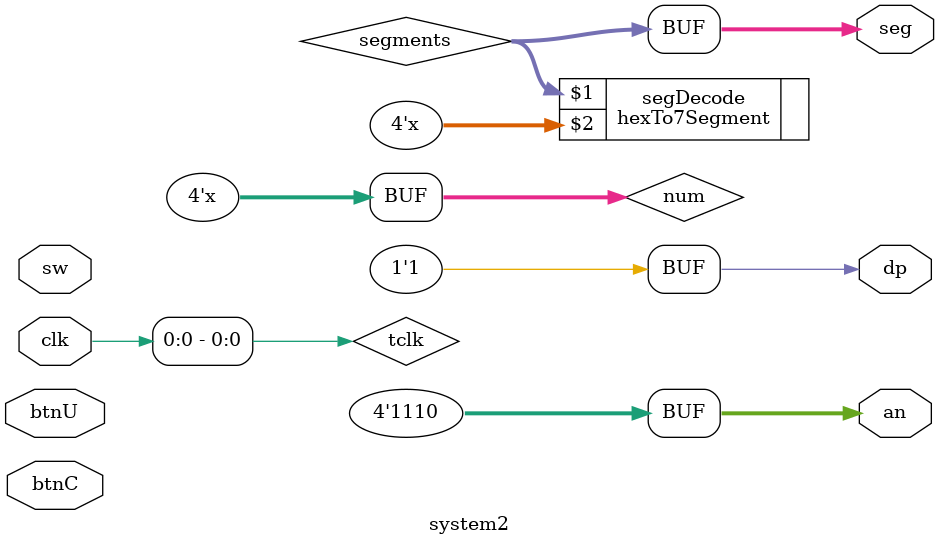
<source format=v>
`timescale 1ns / 1ps


module system2(
    output [6:0] seg,
    output dp,
    output [3:0] an,
    input [7:0] sw,
    input btnU,
    input btnC,
    input clk
    );
    
    // Clock
    wire targetClk;
    wire [18:0] tclk;
    assign tclk[0]=clk;
    genvar c;
    generate for(c=0; c<18; c=c+1)
    begin
        clockDiv fDiv(tclk[c+1], tclk[c]); // output: [c+1], input: [c]
    end endgenerate;
    clockDiv fDivTarget(targetClk, tclk[18]); // output: targetClk, input: last clk
    
    wire btn1, nbtn1; // u
    wire btn2, nbtn2; // c
    dFlipflop dFFBtn1(btn1, nbtn1, btnU, targetClk);
    dFlipflop dFFBtn2(btn2, nbtn2, btnC, targetClk);
    
    wire [6:0] segments;
    assign seg=segments;
    
    reg [3:0] num = 4;
    hexTo7Segment segDecode(segments, num);
    
    assign an = 4'b1110;
    assign dp = 1'b1;
    
    always @(btn1)
    begin
        num = num + 1;
    end
    
//    always @(sp1State)
//    begin
//        num = num + 1;
//    end
    
endmodule

</source>
